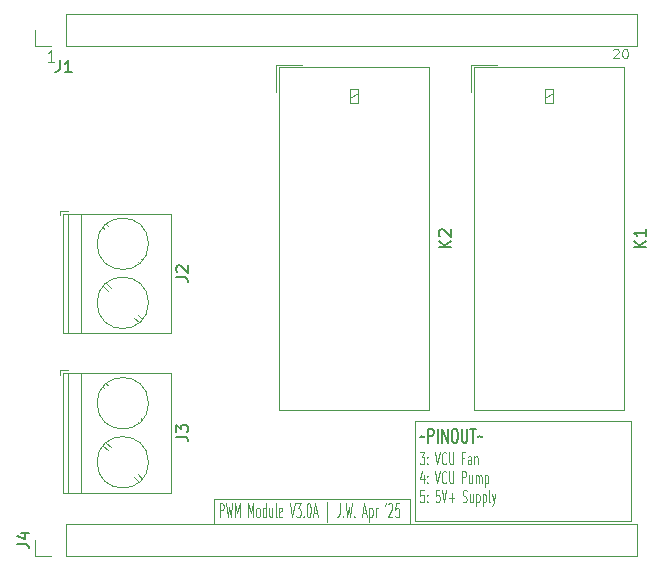
<source format=gbr>
%TF.GenerationSoftware,KiCad,Pcbnew,8.0.8*%
%TF.CreationDate,2025-04-11T16:16:34-04:00*%
%TF.ProjectId,PWM Module 3.0A,50574d20-4d6f-4647-956c-6520332e3041,rev?*%
%TF.SameCoordinates,Original*%
%TF.FileFunction,Legend,Top*%
%TF.FilePolarity,Positive*%
%FSLAX46Y46*%
G04 Gerber Fmt 4.6, Leading zero omitted, Abs format (unit mm)*
G04 Created by KiCad (PCBNEW 8.0.8) date 2025-04-11 16:16:34*
%MOMM*%
%LPD*%
G01*
G04 APERTURE LIST*
%ADD10C,0.100000*%
%ADD11C,0.150000*%
%ADD12C,0.120000*%
G04 APERTURE END LIST*
D10*
X183231191Y-58500000D02*
X201500000Y-58500000D01*
X201500000Y-67000000D01*
X183231191Y-67000000D01*
X183231191Y-58500000D01*
X166200000Y-65100000D02*
X182800000Y-65100000D01*
X182800000Y-67200000D01*
X166200000Y-67200000D01*
X166200000Y-65100000D01*
D11*
X183674874Y-59888200D02*
X183712969Y-59831057D01*
X183712969Y-59831057D02*
X183789160Y-59773914D01*
X183789160Y-59773914D02*
X183941541Y-59888200D01*
X183941541Y-59888200D02*
X184017731Y-59831057D01*
X184017731Y-59831057D02*
X184055826Y-59773914D01*
X184360589Y-60345342D02*
X184360589Y-59145342D01*
X184360589Y-59145342D02*
X184665351Y-59145342D01*
X184665351Y-59145342D02*
X184741541Y-59202485D01*
X184741541Y-59202485D02*
X184779636Y-59259628D01*
X184779636Y-59259628D02*
X184817732Y-59373914D01*
X184817732Y-59373914D02*
X184817732Y-59545342D01*
X184817732Y-59545342D02*
X184779636Y-59659628D01*
X184779636Y-59659628D02*
X184741541Y-59716771D01*
X184741541Y-59716771D02*
X184665351Y-59773914D01*
X184665351Y-59773914D02*
X184360589Y-59773914D01*
X185160589Y-60345342D02*
X185160589Y-59145342D01*
X185541541Y-60345342D02*
X185541541Y-59145342D01*
X185541541Y-59145342D02*
X185998684Y-60345342D01*
X185998684Y-60345342D02*
X185998684Y-59145342D01*
X186532017Y-59145342D02*
X186684398Y-59145342D01*
X186684398Y-59145342D02*
X186760588Y-59202485D01*
X186760588Y-59202485D02*
X186836779Y-59316771D01*
X186836779Y-59316771D02*
X186874874Y-59545342D01*
X186874874Y-59545342D02*
X186874874Y-59945342D01*
X186874874Y-59945342D02*
X186836779Y-60173914D01*
X186836779Y-60173914D02*
X186760588Y-60288200D01*
X186760588Y-60288200D02*
X186684398Y-60345342D01*
X186684398Y-60345342D02*
X186532017Y-60345342D01*
X186532017Y-60345342D02*
X186455826Y-60288200D01*
X186455826Y-60288200D02*
X186379636Y-60173914D01*
X186379636Y-60173914D02*
X186341540Y-59945342D01*
X186341540Y-59945342D02*
X186341540Y-59545342D01*
X186341540Y-59545342D02*
X186379636Y-59316771D01*
X186379636Y-59316771D02*
X186455826Y-59202485D01*
X186455826Y-59202485D02*
X186532017Y-59145342D01*
X187217731Y-59145342D02*
X187217731Y-60116771D01*
X187217731Y-60116771D02*
X187255826Y-60231057D01*
X187255826Y-60231057D02*
X187293921Y-60288200D01*
X187293921Y-60288200D02*
X187370112Y-60345342D01*
X187370112Y-60345342D02*
X187522493Y-60345342D01*
X187522493Y-60345342D02*
X187598683Y-60288200D01*
X187598683Y-60288200D02*
X187636778Y-60231057D01*
X187636778Y-60231057D02*
X187674874Y-60116771D01*
X187674874Y-60116771D02*
X187674874Y-59145342D01*
X187941540Y-59145342D02*
X188398683Y-59145342D01*
X188170111Y-60345342D02*
X188170111Y-59145342D01*
X188551064Y-59888200D02*
X188589159Y-59831057D01*
X188589159Y-59831057D02*
X188665350Y-59773914D01*
X188665350Y-59773914D02*
X188817731Y-59888200D01*
X188817731Y-59888200D02*
X188893921Y-59831057D01*
X188893921Y-59831057D02*
X188932016Y-59773914D01*
D10*
X183651503Y-61152531D02*
X184022931Y-61152531D01*
X184022931Y-61152531D02*
X183822931Y-61533483D01*
X183822931Y-61533483D02*
X183908646Y-61533483D01*
X183908646Y-61533483D02*
X183965789Y-61581102D01*
X183965789Y-61581102D02*
X183994360Y-61628721D01*
X183994360Y-61628721D02*
X184022931Y-61723959D01*
X184022931Y-61723959D02*
X184022931Y-61962054D01*
X184022931Y-61962054D02*
X183994360Y-62057292D01*
X183994360Y-62057292D02*
X183965789Y-62104912D01*
X183965789Y-62104912D02*
X183908646Y-62152531D01*
X183908646Y-62152531D02*
X183737217Y-62152531D01*
X183737217Y-62152531D02*
X183680074Y-62104912D01*
X183680074Y-62104912D02*
X183651503Y-62057292D01*
X184280075Y-62057292D02*
X184308646Y-62104912D01*
X184308646Y-62104912D02*
X184280075Y-62152531D01*
X184280075Y-62152531D02*
X184251503Y-62104912D01*
X184251503Y-62104912D02*
X184280075Y-62057292D01*
X184280075Y-62057292D02*
X184280075Y-62152531D01*
X184280075Y-61533483D02*
X184308646Y-61581102D01*
X184308646Y-61581102D02*
X184280075Y-61628721D01*
X184280075Y-61628721D02*
X184251503Y-61581102D01*
X184251503Y-61581102D02*
X184280075Y-61533483D01*
X184280075Y-61533483D02*
X184280075Y-61628721D01*
X184937217Y-61152531D02*
X185137217Y-62152531D01*
X185137217Y-62152531D02*
X185337217Y-61152531D01*
X185880075Y-62057292D02*
X185851503Y-62104912D01*
X185851503Y-62104912D02*
X185765789Y-62152531D01*
X185765789Y-62152531D02*
X185708646Y-62152531D01*
X185708646Y-62152531D02*
X185622932Y-62104912D01*
X185622932Y-62104912D02*
X185565789Y-62009673D01*
X185565789Y-62009673D02*
X185537218Y-61914435D01*
X185537218Y-61914435D02*
X185508646Y-61723959D01*
X185508646Y-61723959D02*
X185508646Y-61581102D01*
X185508646Y-61581102D02*
X185537218Y-61390626D01*
X185537218Y-61390626D02*
X185565789Y-61295388D01*
X185565789Y-61295388D02*
X185622932Y-61200150D01*
X185622932Y-61200150D02*
X185708646Y-61152531D01*
X185708646Y-61152531D02*
X185765789Y-61152531D01*
X185765789Y-61152531D02*
X185851503Y-61200150D01*
X185851503Y-61200150D02*
X185880075Y-61247769D01*
X186137218Y-61152531D02*
X186137218Y-61962054D01*
X186137218Y-61962054D02*
X186165789Y-62057292D01*
X186165789Y-62057292D02*
X186194361Y-62104912D01*
X186194361Y-62104912D02*
X186251503Y-62152531D01*
X186251503Y-62152531D02*
X186365789Y-62152531D01*
X186365789Y-62152531D02*
X186422932Y-62104912D01*
X186422932Y-62104912D02*
X186451503Y-62057292D01*
X186451503Y-62057292D02*
X186480075Y-61962054D01*
X186480075Y-61962054D02*
X186480075Y-61152531D01*
X187422932Y-61628721D02*
X187222932Y-61628721D01*
X187222932Y-62152531D02*
X187222932Y-61152531D01*
X187222932Y-61152531D02*
X187508646Y-61152531D01*
X187994361Y-62152531D02*
X187994361Y-61628721D01*
X187994361Y-61628721D02*
X187965789Y-61533483D01*
X187965789Y-61533483D02*
X187908646Y-61485864D01*
X187908646Y-61485864D02*
X187794361Y-61485864D01*
X187794361Y-61485864D02*
X187737218Y-61533483D01*
X187994361Y-62104912D02*
X187937218Y-62152531D01*
X187937218Y-62152531D02*
X187794361Y-62152531D01*
X187794361Y-62152531D02*
X187737218Y-62104912D01*
X187737218Y-62104912D02*
X187708646Y-62009673D01*
X187708646Y-62009673D02*
X187708646Y-61914435D01*
X187708646Y-61914435D02*
X187737218Y-61819197D01*
X187737218Y-61819197D02*
X187794361Y-61771578D01*
X187794361Y-61771578D02*
X187937218Y-61771578D01*
X187937218Y-61771578D02*
X187994361Y-61723959D01*
X188280075Y-61485864D02*
X188280075Y-62152531D01*
X188280075Y-61581102D02*
X188308646Y-61533483D01*
X188308646Y-61533483D02*
X188365789Y-61485864D01*
X188365789Y-61485864D02*
X188451503Y-61485864D01*
X188451503Y-61485864D02*
X188508646Y-61533483D01*
X188508646Y-61533483D02*
X188537218Y-61628721D01*
X188537218Y-61628721D02*
X188537218Y-62152531D01*
X183965789Y-63095808D02*
X183965789Y-63762475D01*
X183822931Y-62714856D02*
X183680074Y-63429141D01*
X183680074Y-63429141D02*
X184051503Y-63429141D01*
X184280075Y-63667236D02*
X184308646Y-63714856D01*
X184308646Y-63714856D02*
X184280075Y-63762475D01*
X184280075Y-63762475D02*
X184251503Y-63714856D01*
X184251503Y-63714856D02*
X184280075Y-63667236D01*
X184280075Y-63667236D02*
X184280075Y-63762475D01*
X184280075Y-63143427D02*
X184308646Y-63191046D01*
X184308646Y-63191046D02*
X184280075Y-63238665D01*
X184280075Y-63238665D02*
X184251503Y-63191046D01*
X184251503Y-63191046D02*
X184280075Y-63143427D01*
X184280075Y-63143427D02*
X184280075Y-63238665D01*
X184937217Y-62762475D02*
X185137217Y-63762475D01*
X185137217Y-63762475D02*
X185337217Y-62762475D01*
X185880075Y-63667236D02*
X185851503Y-63714856D01*
X185851503Y-63714856D02*
X185765789Y-63762475D01*
X185765789Y-63762475D02*
X185708646Y-63762475D01*
X185708646Y-63762475D02*
X185622932Y-63714856D01*
X185622932Y-63714856D02*
X185565789Y-63619617D01*
X185565789Y-63619617D02*
X185537218Y-63524379D01*
X185537218Y-63524379D02*
X185508646Y-63333903D01*
X185508646Y-63333903D02*
X185508646Y-63191046D01*
X185508646Y-63191046D02*
X185537218Y-63000570D01*
X185537218Y-63000570D02*
X185565789Y-62905332D01*
X185565789Y-62905332D02*
X185622932Y-62810094D01*
X185622932Y-62810094D02*
X185708646Y-62762475D01*
X185708646Y-62762475D02*
X185765789Y-62762475D01*
X185765789Y-62762475D02*
X185851503Y-62810094D01*
X185851503Y-62810094D02*
X185880075Y-62857713D01*
X186137218Y-62762475D02*
X186137218Y-63571998D01*
X186137218Y-63571998D02*
X186165789Y-63667236D01*
X186165789Y-63667236D02*
X186194361Y-63714856D01*
X186194361Y-63714856D02*
X186251503Y-63762475D01*
X186251503Y-63762475D02*
X186365789Y-63762475D01*
X186365789Y-63762475D02*
X186422932Y-63714856D01*
X186422932Y-63714856D02*
X186451503Y-63667236D01*
X186451503Y-63667236D02*
X186480075Y-63571998D01*
X186480075Y-63571998D02*
X186480075Y-62762475D01*
X187222932Y-63762475D02*
X187222932Y-62762475D01*
X187222932Y-62762475D02*
X187451503Y-62762475D01*
X187451503Y-62762475D02*
X187508646Y-62810094D01*
X187508646Y-62810094D02*
X187537217Y-62857713D01*
X187537217Y-62857713D02*
X187565789Y-62952951D01*
X187565789Y-62952951D02*
X187565789Y-63095808D01*
X187565789Y-63095808D02*
X187537217Y-63191046D01*
X187537217Y-63191046D02*
X187508646Y-63238665D01*
X187508646Y-63238665D02*
X187451503Y-63286284D01*
X187451503Y-63286284D02*
X187222932Y-63286284D01*
X188080075Y-63095808D02*
X188080075Y-63762475D01*
X187822932Y-63095808D02*
X187822932Y-63619617D01*
X187822932Y-63619617D02*
X187851503Y-63714856D01*
X187851503Y-63714856D02*
X187908646Y-63762475D01*
X187908646Y-63762475D02*
X187994360Y-63762475D01*
X187994360Y-63762475D02*
X188051503Y-63714856D01*
X188051503Y-63714856D02*
X188080075Y-63667236D01*
X188365789Y-63762475D02*
X188365789Y-63095808D01*
X188365789Y-63191046D02*
X188394360Y-63143427D01*
X188394360Y-63143427D02*
X188451503Y-63095808D01*
X188451503Y-63095808D02*
X188537217Y-63095808D01*
X188537217Y-63095808D02*
X188594360Y-63143427D01*
X188594360Y-63143427D02*
X188622932Y-63238665D01*
X188622932Y-63238665D02*
X188622932Y-63762475D01*
X188622932Y-63238665D02*
X188651503Y-63143427D01*
X188651503Y-63143427D02*
X188708646Y-63095808D01*
X188708646Y-63095808D02*
X188794360Y-63095808D01*
X188794360Y-63095808D02*
X188851503Y-63143427D01*
X188851503Y-63143427D02*
X188880074Y-63238665D01*
X188880074Y-63238665D02*
X188880074Y-63762475D01*
X189165789Y-63095808D02*
X189165789Y-64095808D01*
X189165789Y-63143427D02*
X189222932Y-63095808D01*
X189222932Y-63095808D02*
X189337217Y-63095808D01*
X189337217Y-63095808D02*
X189394360Y-63143427D01*
X189394360Y-63143427D02*
X189422932Y-63191046D01*
X189422932Y-63191046D02*
X189451503Y-63286284D01*
X189451503Y-63286284D02*
X189451503Y-63571998D01*
X189451503Y-63571998D02*
X189422932Y-63667236D01*
X189422932Y-63667236D02*
X189394360Y-63714856D01*
X189394360Y-63714856D02*
X189337217Y-63762475D01*
X189337217Y-63762475D02*
X189222932Y-63762475D01*
X189222932Y-63762475D02*
X189165789Y-63714856D01*
X183994360Y-64372419D02*
X183708646Y-64372419D01*
X183708646Y-64372419D02*
X183680074Y-64848609D01*
X183680074Y-64848609D02*
X183708646Y-64800990D01*
X183708646Y-64800990D02*
X183765789Y-64753371D01*
X183765789Y-64753371D02*
X183908646Y-64753371D01*
X183908646Y-64753371D02*
X183965789Y-64800990D01*
X183965789Y-64800990D02*
X183994360Y-64848609D01*
X183994360Y-64848609D02*
X184022931Y-64943847D01*
X184022931Y-64943847D02*
X184022931Y-65181942D01*
X184022931Y-65181942D02*
X183994360Y-65277180D01*
X183994360Y-65277180D02*
X183965789Y-65324800D01*
X183965789Y-65324800D02*
X183908646Y-65372419D01*
X183908646Y-65372419D02*
X183765789Y-65372419D01*
X183765789Y-65372419D02*
X183708646Y-65324800D01*
X183708646Y-65324800D02*
X183680074Y-65277180D01*
X184280075Y-65277180D02*
X184308646Y-65324800D01*
X184308646Y-65324800D02*
X184280075Y-65372419D01*
X184280075Y-65372419D02*
X184251503Y-65324800D01*
X184251503Y-65324800D02*
X184280075Y-65277180D01*
X184280075Y-65277180D02*
X184280075Y-65372419D01*
X184280075Y-64753371D02*
X184308646Y-64800990D01*
X184308646Y-64800990D02*
X184280075Y-64848609D01*
X184280075Y-64848609D02*
X184251503Y-64800990D01*
X184251503Y-64800990D02*
X184280075Y-64753371D01*
X184280075Y-64753371D02*
X184280075Y-64848609D01*
X185308646Y-64372419D02*
X185022932Y-64372419D01*
X185022932Y-64372419D02*
X184994360Y-64848609D01*
X184994360Y-64848609D02*
X185022932Y-64800990D01*
X185022932Y-64800990D02*
X185080075Y-64753371D01*
X185080075Y-64753371D02*
X185222932Y-64753371D01*
X185222932Y-64753371D02*
X185280075Y-64800990D01*
X185280075Y-64800990D02*
X185308646Y-64848609D01*
X185308646Y-64848609D02*
X185337217Y-64943847D01*
X185337217Y-64943847D02*
X185337217Y-65181942D01*
X185337217Y-65181942D02*
X185308646Y-65277180D01*
X185308646Y-65277180D02*
X185280075Y-65324800D01*
X185280075Y-65324800D02*
X185222932Y-65372419D01*
X185222932Y-65372419D02*
X185080075Y-65372419D01*
X185080075Y-65372419D02*
X185022932Y-65324800D01*
X185022932Y-65324800D02*
X184994360Y-65277180D01*
X185508646Y-64372419D02*
X185708646Y-65372419D01*
X185708646Y-65372419D02*
X185908646Y-64372419D01*
X186108647Y-64991466D02*
X186565790Y-64991466D01*
X186337218Y-65372419D02*
X186337218Y-64610514D01*
X187280075Y-65324800D02*
X187365790Y-65372419D01*
X187365790Y-65372419D02*
X187508647Y-65372419D01*
X187508647Y-65372419D02*
X187565790Y-65324800D01*
X187565790Y-65324800D02*
X187594361Y-65277180D01*
X187594361Y-65277180D02*
X187622932Y-65181942D01*
X187622932Y-65181942D02*
X187622932Y-65086704D01*
X187622932Y-65086704D02*
X187594361Y-64991466D01*
X187594361Y-64991466D02*
X187565790Y-64943847D01*
X187565790Y-64943847D02*
X187508647Y-64896228D01*
X187508647Y-64896228D02*
X187394361Y-64848609D01*
X187394361Y-64848609D02*
X187337218Y-64800990D01*
X187337218Y-64800990D02*
X187308647Y-64753371D01*
X187308647Y-64753371D02*
X187280075Y-64658133D01*
X187280075Y-64658133D02*
X187280075Y-64562895D01*
X187280075Y-64562895D02*
X187308647Y-64467657D01*
X187308647Y-64467657D02*
X187337218Y-64420038D01*
X187337218Y-64420038D02*
X187394361Y-64372419D01*
X187394361Y-64372419D02*
X187537218Y-64372419D01*
X187537218Y-64372419D02*
X187622932Y-64420038D01*
X188137219Y-64705752D02*
X188137219Y-65372419D01*
X187880076Y-64705752D02*
X187880076Y-65229561D01*
X187880076Y-65229561D02*
X187908647Y-65324800D01*
X187908647Y-65324800D02*
X187965790Y-65372419D01*
X187965790Y-65372419D02*
X188051504Y-65372419D01*
X188051504Y-65372419D02*
X188108647Y-65324800D01*
X188108647Y-65324800D02*
X188137219Y-65277180D01*
X188422933Y-64705752D02*
X188422933Y-65705752D01*
X188422933Y-64753371D02*
X188480076Y-64705752D01*
X188480076Y-64705752D02*
X188594361Y-64705752D01*
X188594361Y-64705752D02*
X188651504Y-64753371D01*
X188651504Y-64753371D02*
X188680076Y-64800990D01*
X188680076Y-64800990D02*
X188708647Y-64896228D01*
X188708647Y-64896228D02*
X188708647Y-65181942D01*
X188708647Y-65181942D02*
X188680076Y-65277180D01*
X188680076Y-65277180D02*
X188651504Y-65324800D01*
X188651504Y-65324800D02*
X188594361Y-65372419D01*
X188594361Y-65372419D02*
X188480076Y-65372419D01*
X188480076Y-65372419D02*
X188422933Y-65324800D01*
X188965790Y-64705752D02*
X188965790Y-65705752D01*
X188965790Y-64753371D02*
X189022933Y-64705752D01*
X189022933Y-64705752D02*
X189137218Y-64705752D01*
X189137218Y-64705752D02*
X189194361Y-64753371D01*
X189194361Y-64753371D02*
X189222933Y-64800990D01*
X189222933Y-64800990D02*
X189251504Y-64896228D01*
X189251504Y-64896228D02*
X189251504Y-65181942D01*
X189251504Y-65181942D02*
X189222933Y-65277180D01*
X189222933Y-65277180D02*
X189194361Y-65324800D01*
X189194361Y-65324800D02*
X189137218Y-65372419D01*
X189137218Y-65372419D02*
X189022933Y-65372419D01*
X189022933Y-65372419D02*
X188965790Y-65324800D01*
X189594361Y-65372419D02*
X189537218Y-65324800D01*
X189537218Y-65324800D02*
X189508647Y-65229561D01*
X189508647Y-65229561D02*
X189508647Y-64372419D01*
X189765790Y-64705752D02*
X189908647Y-65372419D01*
X190051504Y-64705752D02*
X189908647Y-65372419D01*
X189908647Y-65372419D02*
X189851504Y-65610514D01*
X189851504Y-65610514D02*
X189822933Y-65658133D01*
X189822933Y-65658133D02*
X189765790Y-65705752D01*
X152701503Y-28072419D02*
X152130075Y-28072419D01*
X152415789Y-28072419D02*
X152415789Y-27072419D01*
X152415789Y-27072419D02*
X152320551Y-27215276D01*
X152320551Y-27215276D02*
X152225313Y-27310514D01*
X152225313Y-27310514D02*
X152130075Y-27358133D01*
X166708646Y-66647942D02*
X166708646Y-65447942D01*
X166708646Y-65447942D02*
X166937217Y-65447942D01*
X166937217Y-65447942D02*
X166994360Y-65505085D01*
X166994360Y-65505085D02*
X167022931Y-65562228D01*
X167022931Y-65562228D02*
X167051503Y-65676514D01*
X167051503Y-65676514D02*
X167051503Y-65847942D01*
X167051503Y-65847942D02*
X167022931Y-65962228D01*
X167022931Y-65962228D02*
X166994360Y-66019371D01*
X166994360Y-66019371D02*
X166937217Y-66076514D01*
X166937217Y-66076514D02*
X166708646Y-66076514D01*
X167251503Y-65447942D02*
X167394360Y-66647942D01*
X167394360Y-66647942D02*
X167508646Y-65790800D01*
X167508646Y-65790800D02*
X167622931Y-66647942D01*
X167622931Y-66647942D02*
X167765789Y-65447942D01*
X167994360Y-66647942D02*
X167994360Y-65447942D01*
X167994360Y-65447942D02*
X168194360Y-66305085D01*
X168194360Y-66305085D02*
X168394360Y-65447942D01*
X168394360Y-65447942D02*
X168394360Y-66647942D01*
X169137217Y-66647942D02*
X169137217Y-65447942D01*
X169137217Y-65447942D02*
X169337217Y-66305085D01*
X169337217Y-66305085D02*
X169537217Y-65447942D01*
X169537217Y-65447942D02*
X169537217Y-66647942D01*
X169908645Y-66647942D02*
X169851502Y-66590800D01*
X169851502Y-66590800D02*
X169822931Y-66533657D01*
X169822931Y-66533657D02*
X169794359Y-66419371D01*
X169794359Y-66419371D02*
X169794359Y-66076514D01*
X169794359Y-66076514D02*
X169822931Y-65962228D01*
X169822931Y-65962228D02*
X169851502Y-65905085D01*
X169851502Y-65905085D02*
X169908645Y-65847942D01*
X169908645Y-65847942D02*
X169994359Y-65847942D01*
X169994359Y-65847942D02*
X170051502Y-65905085D01*
X170051502Y-65905085D02*
X170080074Y-65962228D01*
X170080074Y-65962228D02*
X170108645Y-66076514D01*
X170108645Y-66076514D02*
X170108645Y-66419371D01*
X170108645Y-66419371D02*
X170080074Y-66533657D01*
X170080074Y-66533657D02*
X170051502Y-66590800D01*
X170051502Y-66590800D02*
X169994359Y-66647942D01*
X169994359Y-66647942D02*
X169908645Y-66647942D01*
X170622931Y-66647942D02*
X170622931Y-65447942D01*
X170622931Y-66590800D02*
X170565788Y-66647942D01*
X170565788Y-66647942D02*
X170451502Y-66647942D01*
X170451502Y-66647942D02*
X170394359Y-66590800D01*
X170394359Y-66590800D02*
X170365788Y-66533657D01*
X170365788Y-66533657D02*
X170337216Y-66419371D01*
X170337216Y-66419371D02*
X170337216Y-66076514D01*
X170337216Y-66076514D02*
X170365788Y-65962228D01*
X170365788Y-65962228D02*
X170394359Y-65905085D01*
X170394359Y-65905085D02*
X170451502Y-65847942D01*
X170451502Y-65847942D02*
X170565788Y-65847942D01*
X170565788Y-65847942D02*
X170622931Y-65905085D01*
X171165788Y-65847942D02*
X171165788Y-66647942D01*
X170908645Y-65847942D02*
X170908645Y-66476514D01*
X170908645Y-66476514D02*
X170937216Y-66590800D01*
X170937216Y-66590800D02*
X170994359Y-66647942D01*
X170994359Y-66647942D02*
X171080073Y-66647942D01*
X171080073Y-66647942D02*
X171137216Y-66590800D01*
X171137216Y-66590800D02*
X171165788Y-66533657D01*
X171537216Y-66647942D02*
X171480073Y-66590800D01*
X171480073Y-66590800D02*
X171451502Y-66476514D01*
X171451502Y-66476514D02*
X171451502Y-65447942D01*
X171994359Y-66590800D02*
X171937216Y-66647942D01*
X171937216Y-66647942D02*
X171822931Y-66647942D01*
X171822931Y-66647942D02*
X171765788Y-66590800D01*
X171765788Y-66590800D02*
X171737216Y-66476514D01*
X171737216Y-66476514D02*
X171737216Y-66019371D01*
X171737216Y-66019371D02*
X171765788Y-65905085D01*
X171765788Y-65905085D02*
X171822931Y-65847942D01*
X171822931Y-65847942D02*
X171937216Y-65847942D01*
X171937216Y-65847942D02*
X171994359Y-65905085D01*
X171994359Y-65905085D02*
X172022931Y-66019371D01*
X172022931Y-66019371D02*
X172022931Y-66133657D01*
X172022931Y-66133657D02*
X171737216Y-66247942D01*
X172651502Y-65447942D02*
X172851502Y-66647942D01*
X172851502Y-66647942D02*
X173051502Y-65447942D01*
X173194360Y-65447942D02*
X173565788Y-65447942D01*
X173565788Y-65447942D02*
X173365788Y-65905085D01*
X173365788Y-65905085D02*
X173451503Y-65905085D01*
X173451503Y-65905085D02*
X173508646Y-65962228D01*
X173508646Y-65962228D02*
X173537217Y-66019371D01*
X173537217Y-66019371D02*
X173565788Y-66133657D01*
X173565788Y-66133657D02*
X173565788Y-66419371D01*
X173565788Y-66419371D02*
X173537217Y-66533657D01*
X173537217Y-66533657D02*
X173508646Y-66590800D01*
X173508646Y-66590800D02*
X173451503Y-66647942D01*
X173451503Y-66647942D02*
X173280074Y-66647942D01*
X173280074Y-66647942D02*
X173222931Y-66590800D01*
X173222931Y-66590800D02*
X173194360Y-66533657D01*
X173822932Y-66533657D02*
X173851503Y-66590800D01*
X173851503Y-66590800D02*
X173822932Y-66647942D01*
X173822932Y-66647942D02*
X173794360Y-66590800D01*
X173794360Y-66590800D02*
X173822932Y-66533657D01*
X173822932Y-66533657D02*
X173822932Y-66647942D01*
X174222931Y-65447942D02*
X174280074Y-65447942D01*
X174280074Y-65447942D02*
X174337217Y-65505085D01*
X174337217Y-65505085D02*
X174365789Y-65562228D01*
X174365789Y-65562228D02*
X174394360Y-65676514D01*
X174394360Y-65676514D02*
X174422931Y-65905085D01*
X174422931Y-65905085D02*
X174422931Y-66190800D01*
X174422931Y-66190800D02*
X174394360Y-66419371D01*
X174394360Y-66419371D02*
X174365789Y-66533657D01*
X174365789Y-66533657D02*
X174337217Y-66590800D01*
X174337217Y-66590800D02*
X174280074Y-66647942D01*
X174280074Y-66647942D02*
X174222931Y-66647942D01*
X174222931Y-66647942D02*
X174165789Y-66590800D01*
X174165789Y-66590800D02*
X174137217Y-66533657D01*
X174137217Y-66533657D02*
X174108646Y-66419371D01*
X174108646Y-66419371D02*
X174080074Y-66190800D01*
X174080074Y-66190800D02*
X174080074Y-65905085D01*
X174080074Y-65905085D02*
X174108646Y-65676514D01*
X174108646Y-65676514D02*
X174137217Y-65562228D01*
X174137217Y-65562228D02*
X174165789Y-65505085D01*
X174165789Y-65505085D02*
X174222931Y-65447942D01*
X174651503Y-66305085D02*
X174937218Y-66305085D01*
X174594360Y-66647942D02*
X174794360Y-65447942D01*
X174794360Y-65447942D02*
X174994360Y-66647942D01*
X175794361Y-67047942D02*
X175794361Y-65333657D01*
X176851504Y-65447942D02*
X176851504Y-66305085D01*
X176851504Y-66305085D02*
X176822933Y-66476514D01*
X176822933Y-66476514D02*
X176765790Y-66590800D01*
X176765790Y-66590800D02*
X176680076Y-66647942D01*
X176680076Y-66647942D02*
X176622933Y-66647942D01*
X177137219Y-66533657D02*
X177165790Y-66590800D01*
X177165790Y-66590800D02*
X177137219Y-66647942D01*
X177137219Y-66647942D02*
X177108647Y-66590800D01*
X177108647Y-66590800D02*
X177137219Y-66533657D01*
X177137219Y-66533657D02*
X177137219Y-66647942D01*
X177365790Y-65447942D02*
X177508647Y-66647942D01*
X177508647Y-66647942D02*
X177622933Y-65790800D01*
X177622933Y-65790800D02*
X177737218Y-66647942D01*
X177737218Y-66647942D02*
X177880076Y-65447942D01*
X178108647Y-66533657D02*
X178137218Y-66590800D01*
X178137218Y-66590800D02*
X178108647Y-66647942D01*
X178108647Y-66647942D02*
X178080075Y-66590800D01*
X178080075Y-66590800D02*
X178108647Y-66533657D01*
X178108647Y-66533657D02*
X178108647Y-66647942D01*
X178822932Y-66305085D02*
X179108647Y-66305085D01*
X178765789Y-66647942D02*
X178965789Y-65447942D01*
X178965789Y-65447942D02*
X179165789Y-66647942D01*
X179365790Y-65847942D02*
X179365790Y-67047942D01*
X179365790Y-65905085D02*
X179422933Y-65847942D01*
X179422933Y-65847942D02*
X179537218Y-65847942D01*
X179537218Y-65847942D02*
X179594361Y-65905085D01*
X179594361Y-65905085D02*
X179622933Y-65962228D01*
X179622933Y-65962228D02*
X179651504Y-66076514D01*
X179651504Y-66076514D02*
X179651504Y-66419371D01*
X179651504Y-66419371D02*
X179622933Y-66533657D01*
X179622933Y-66533657D02*
X179594361Y-66590800D01*
X179594361Y-66590800D02*
X179537218Y-66647942D01*
X179537218Y-66647942D02*
X179422933Y-66647942D01*
X179422933Y-66647942D02*
X179365790Y-66590800D01*
X179908647Y-66647942D02*
X179908647Y-65847942D01*
X179908647Y-66076514D02*
X179937218Y-65962228D01*
X179937218Y-65962228D02*
X179965790Y-65905085D01*
X179965790Y-65905085D02*
X180022932Y-65847942D01*
X180022932Y-65847942D02*
X180080075Y-65847942D01*
X180765790Y-65447942D02*
X180708647Y-65676514D01*
X180994361Y-65562228D02*
X181022933Y-65505085D01*
X181022933Y-65505085D02*
X181080076Y-65447942D01*
X181080076Y-65447942D02*
X181222933Y-65447942D01*
X181222933Y-65447942D02*
X181280076Y-65505085D01*
X181280076Y-65505085D02*
X181308647Y-65562228D01*
X181308647Y-65562228D02*
X181337218Y-65676514D01*
X181337218Y-65676514D02*
X181337218Y-65790800D01*
X181337218Y-65790800D02*
X181308647Y-65962228D01*
X181308647Y-65962228D02*
X180965790Y-66647942D01*
X180965790Y-66647942D02*
X181337218Y-66647942D01*
X181880076Y-65447942D02*
X181594362Y-65447942D01*
X181594362Y-65447942D02*
X181565790Y-66019371D01*
X181565790Y-66019371D02*
X181594362Y-65962228D01*
X181594362Y-65962228D02*
X181651505Y-65905085D01*
X181651505Y-65905085D02*
X181794362Y-65905085D01*
X181794362Y-65905085D02*
X181851505Y-65962228D01*
X181851505Y-65962228D02*
X181880076Y-66019371D01*
X181880076Y-66019371D02*
X181908647Y-66133657D01*
X181908647Y-66133657D02*
X181908647Y-66419371D01*
X181908647Y-66419371D02*
X181880076Y-66533657D01*
X181880076Y-66533657D02*
X181851505Y-66590800D01*
X181851505Y-66590800D02*
X181794362Y-66647942D01*
X181794362Y-66647942D02*
X181651505Y-66647942D01*
X181651505Y-66647942D02*
X181594362Y-66590800D01*
X181594362Y-66590800D02*
X181565790Y-66533657D01*
X200046264Y-27073085D02*
X200084360Y-27034990D01*
X200084360Y-27034990D02*
X200160550Y-26996895D01*
X200160550Y-26996895D02*
X200351026Y-26996895D01*
X200351026Y-26996895D02*
X200427217Y-27034990D01*
X200427217Y-27034990D02*
X200465312Y-27073085D01*
X200465312Y-27073085D02*
X200503407Y-27149276D01*
X200503407Y-27149276D02*
X200503407Y-27225466D01*
X200503407Y-27225466D02*
X200465312Y-27339752D01*
X200465312Y-27339752D02*
X200008169Y-27796895D01*
X200008169Y-27796895D02*
X200503407Y-27796895D01*
X200998646Y-26996895D02*
X201074836Y-26996895D01*
X201074836Y-26996895D02*
X201151027Y-27034990D01*
X201151027Y-27034990D02*
X201189122Y-27073085D01*
X201189122Y-27073085D02*
X201227217Y-27149276D01*
X201227217Y-27149276D02*
X201265312Y-27301657D01*
X201265312Y-27301657D02*
X201265312Y-27492133D01*
X201265312Y-27492133D02*
X201227217Y-27644514D01*
X201227217Y-27644514D02*
X201189122Y-27720704D01*
X201189122Y-27720704D02*
X201151027Y-27758800D01*
X201151027Y-27758800D02*
X201074836Y-27796895D01*
X201074836Y-27796895D02*
X200998646Y-27796895D01*
X200998646Y-27796895D02*
X200922455Y-27758800D01*
X200922455Y-27758800D02*
X200884360Y-27720704D01*
X200884360Y-27720704D02*
X200846265Y-27644514D01*
X200846265Y-27644514D02*
X200808169Y-27492133D01*
X200808169Y-27492133D02*
X200808169Y-27301657D01*
X200808169Y-27301657D02*
X200846265Y-27149276D01*
X200846265Y-27149276D02*
X200884360Y-27073085D01*
X200884360Y-27073085D02*
X200922455Y-27034990D01*
X200922455Y-27034990D02*
X200998646Y-26996895D01*
D11*
X153166666Y-27954819D02*
X153166666Y-28669104D01*
X153166666Y-28669104D02*
X153119047Y-28811961D01*
X153119047Y-28811961D02*
X153023809Y-28907200D01*
X153023809Y-28907200D02*
X152880952Y-28954819D01*
X152880952Y-28954819D02*
X152785714Y-28954819D01*
X154166666Y-28954819D02*
X153595238Y-28954819D01*
X153880952Y-28954819D02*
X153880952Y-27954819D01*
X153880952Y-27954819D02*
X153785714Y-28097676D01*
X153785714Y-28097676D02*
X153690476Y-28192914D01*
X153690476Y-28192914D02*
X153595238Y-28240533D01*
X163014819Y-59833333D02*
X163729104Y-59833333D01*
X163729104Y-59833333D02*
X163871961Y-59880952D01*
X163871961Y-59880952D02*
X163967200Y-59976190D01*
X163967200Y-59976190D02*
X164014819Y-60119047D01*
X164014819Y-60119047D02*
X164014819Y-60214285D01*
X163014819Y-59452380D02*
X163014819Y-58833333D01*
X163014819Y-58833333D02*
X163395771Y-59166666D01*
X163395771Y-59166666D02*
X163395771Y-59023809D01*
X163395771Y-59023809D02*
X163443390Y-58928571D01*
X163443390Y-58928571D02*
X163491009Y-58880952D01*
X163491009Y-58880952D02*
X163586247Y-58833333D01*
X163586247Y-58833333D02*
X163824342Y-58833333D01*
X163824342Y-58833333D02*
X163919580Y-58880952D01*
X163919580Y-58880952D02*
X163967200Y-58928571D01*
X163967200Y-58928571D02*
X164014819Y-59023809D01*
X164014819Y-59023809D02*
X164014819Y-59309523D01*
X164014819Y-59309523D02*
X163967200Y-59404761D01*
X163967200Y-59404761D02*
X163919580Y-59452380D01*
X186267319Y-43800594D02*
X185267319Y-43800594D01*
X186267319Y-43229166D02*
X185695890Y-43657737D01*
X185267319Y-43229166D02*
X185838747Y-43800594D01*
X185362557Y-42848213D02*
X185314938Y-42800594D01*
X185314938Y-42800594D02*
X185267319Y-42705356D01*
X185267319Y-42705356D02*
X185267319Y-42467261D01*
X185267319Y-42467261D02*
X185314938Y-42372023D01*
X185314938Y-42372023D02*
X185362557Y-42324404D01*
X185362557Y-42324404D02*
X185457795Y-42276785D01*
X185457795Y-42276785D02*
X185553033Y-42276785D01*
X185553033Y-42276785D02*
X185695890Y-42324404D01*
X185695890Y-42324404D02*
X186267319Y-42895832D01*
X186267319Y-42895832D02*
X186267319Y-42276785D01*
X149564819Y-68913333D02*
X150279104Y-68913333D01*
X150279104Y-68913333D02*
X150421961Y-68960952D01*
X150421961Y-68960952D02*
X150517200Y-69056190D01*
X150517200Y-69056190D02*
X150564819Y-69199047D01*
X150564819Y-69199047D02*
X150564819Y-69294285D01*
X149898152Y-68008571D02*
X150564819Y-68008571D01*
X149517200Y-68246666D02*
X150231485Y-68484761D01*
X150231485Y-68484761D02*
X150231485Y-67865714D01*
X202767319Y-43800594D02*
X201767319Y-43800594D01*
X202767319Y-43229166D02*
X202195890Y-43657737D01*
X201767319Y-43229166D02*
X202338747Y-43800594D01*
X202767319Y-42276785D02*
X202767319Y-42848213D01*
X202767319Y-42562499D02*
X201767319Y-42562499D01*
X201767319Y-42562499D02*
X201910176Y-42657737D01*
X201910176Y-42657737D02*
X202005414Y-42752975D01*
X202005414Y-42752975D02*
X202053033Y-42848213D01*
X163014819Y-46333333D02*
X163729104Y-46333333D01*
X163729104Y-46333333D02*
X163871961Y-46380952D01*
X163871961Y-46380952D02*
X163967200Y-46476190D01*
X163967200Y-46476190D02*
X164014819Y-46619047D01*
X164014819Y-46619047D02*
X164014819Y-46714285D01*
X163110057Y-45904761D02*
X163062438Y-45857142D01*
X163062438Y-45857142D02*
X163014819Y-45761904D01*
X163014819Y-45761904D02*
X163014819Y-45523809D01*
X163014819Y-45523809D02*
X163062438Y-45428571D01*
X163062438Y-45428571D02*
X163110057Y-45380952D01*
X163110057Y-45380952D02*
X163205295Y-45333333D01*
X163205295Y-45333333D02*
X163300533Y-45333333D01*
X163300533Y-45333333D02*
X163443390Y-45380952D01*
X163443390Y-45380952D02*
X164014819Y-45952380D01*
X164014819Y-45952380D02*
X164014819Y-45333333D01*
D12*
%TO.C,J1*%
X151110000Y-26730000D02*
X151110000Y-25400000D01*
X152440000Y-26730000D02*
X151110000Y-26730000D01*
X153710000Y-24070000D02*
X202030000Y-24070000D01*
X153710000Y-26730000D02*
X153710000Y-24070000D01*
X153710000Y-26730000D02*
X202030000Y-26730000D01*
X202030000Y-26730000D02*
X202030000Y-24070000D01*
%TO.C,J3*%
X153200000Y-54200000D02*
X153200000Y-54600000D01*
X153440000Y-54440000D02*
X153440000Y-64560000D01*
X153840000Y-54200000D02*
X153200000Y-54200000D01*
X153900000Y-54440000D02*
X153900000Y-64560000D01*
X155000000Y-54440000D02*
X155000000Y-64560000D01*
X156953000Y-55718000D02*
X156846000Y-55612000D01*
X157219000Y-55452000D02*
X157112000Y-55346000D01*
X157226000Y-60993000D02*
X156846000Y-60613000D01*
X157508000Y-60742000D02*
X157112000Y-60347000D01*
X159888000Y-58654000D02*
X159781000Y-58547000D01*
X159888000Y-63654000D02*
X159492000Y-63259000D01*
X160154000Y-58388000D02*
X160047000Y-58281000D01*
X160154000Y-63388000D02*
X159774000Y-63008000D01*
X162560000Y-54440000D02*
X153440000Y-54440000D01*
X162560000Y-54440000D02*
X162560000Y-64560000D01*
X162560000Y-64560000D02*
X153440000Y-64560000D01*
X160680000Y-57000000D02*
G75*
G02*
X156320000Y-57000000I-2180000J0D01*
G01*
X156320000Y-57000000D02*
G75*
G02*
X160680000Y-57000000I2180000J0D01*
G01*
X160680000Y-62000000D02*
G75*
G02*
X156320000Y-62000000I-2180000J0D01*
G01*
X156320000Y-62000000D02*
G75*
G02*
X160680000Y-62000000I2180000J0D01*
G01*
%TO.C,K2*%
X171472500Y-28322500D02*
X173662500Y-28322500D01*
X171472500Y-30662500D02*
X171472500Y-28322500D01*
X171712500Y-28562500D02*
X171712500Y-57562500D01*
X171712500Y-57562500D02*
X184412500Y-57562500D01*
X177712500Y-30362500D02*
X177712500Y-31562500D01*
X177712500Y-31162500D02*
X178412500Y-30762500D01*
X177712500Y-31562500D02*
X178412500Y-31562500D01*
X178412500Y-30362500D02*
X177712500Y-30362500D01*
X178412500Y-31562500D02*
X178412500Y-30362500D01*
X184412500Y-28562500D02*
X171712500Y-28562500D01*
X184412500Y-57562500D02*
X184412500Y-28562500D01*
%TO.C,J4*%
X151110000Y-69910000D02*
X151110000Y-68580000D01*
X152440000Y-69910000D02*
X151110000Y-69910000D01*
X153710000Y-67250000D02*
X202030000Y-67250000D01*
X153710000Y-69910000D02*
X153710000Y-67250000D01*
X153710000Y-69910000D02*
X202030000Y-69910000D01*
X202030000Y-69910000D02*
X202030000Y-67250000D01*
%TO.C,K1*%
X187972500Y-28322500D02*
X190162500Y-28322500D01*
X187972500Y-30662500D02*
X187972500Y-28322500D01*
X188212500Y-28562500D02*
X188212500Y-57562500D01*
X188212500Y-57562500D02*
X200912500Y-57562500D01*
X194212500Y-30362500D02*
X194212500Y-31562500D01*
X194212500Y-31162500D02*
X194912500Y-30762500D01*
X194212500Y-31562500D02*
X194912500Y-31562500D01*
X194912500Y-30362500D02*
X194212500Y-30362500D01*
X194912500Y-31562500D02*
X194912500Y-30362500D01*
X200912500Y-28562500D02*
X188212500Y-28562500D01*
X200912500Y-57562500D02*
X200912500Y-28562500D01*
%TO.C,J2*%
X153200000Y-40700000D02*
X153200000Y-41100000D01*
X153440000Y-40940000D02*
X153440000Y-51060000D01*
X153840000Y-40700000D02*
X153200000Y-40700000D01*
X153900000Y-40940000D02*
X153900000Y-51060000D01*
X155000000Y-40940000D02*
X155000000Y-51060000D01*
X156953000Y-42218000D02*
X156846000Y-42112000D01*
X157219000Y-41952000D02*
X157112000Y-41846000D01*
X157226000Y-47493000D02*
X156846000Y-47113000D01*
X157508000Y-47242000D02*
X157112000Y-46847000D01*
X159888000Y-45154000D02*
X159781000Y-45047000D01*
X159888000Y-50154000D02*
X159492000Y-49759000D01*
X160154000Y-44888000D02*
X160047000Y-44781000D01*
X160154000Y-49888000D02*
X159774000Y-49508000D01*
X162560000Y-40940000D02*
X153440000Y-40940000D01*
X162560000Y-40940000D02*
X162560000Y-51060000D01*
X162560000Y-51060000D02*
X153440000Y-51060000D01*
X160680000Y-43500000D02*
G75*
G02*
X156320000Y-43500000I-2180000J0D01*
G01*
X156320000Y-43500000D02*
G75*
G02*
X160680000Y-43500000I2180000J0D01*
G01*
X160680000Y-48500000D02*
G75*
G02*
X156320000Y-48500000I-2180000J0D01*
G01*
X156320000Y-48500000D02*
G75*
G02*
X160680000Y-48500000I2180000J0D01*
G01*
%TD*%
M02*

</source>
